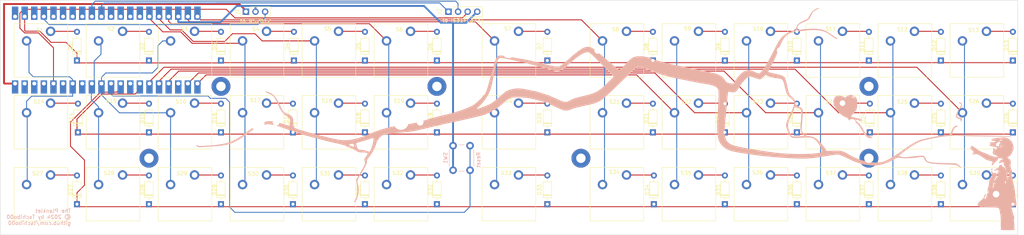
<source format=kicad_pcb>
(kicad_pcb (version 20221018) (generator pcbnew)
  (title_block (title "The Planklet") (date "2024-01-04") (rev "v0.1") (company "Tschibo00"))
  (layers (0 "F.Cu" signal) (31 "B.Cu" signal) (34 "B.Paste" user) (35 "F.Paste" user) (36 "B.SilkS" user "B.Silkscreen") (37 "F.SilkS" user "F.Silkscreen") (38 "B.Mask" user) (39 "F.Mask" user) (44 "Edge.Cuts" user))
  (net 0 "")
  (net 1 "R0")
  (net 2 "Net-(D1-A)")
  (net 3 "Net-(D2-A)")
  (net 4 "Net-(D3-A)")
  (net 5 "Net-(D4-A)")
  (net 6 "Net-(D5-A)")
  (net 7 "Net-(D6-A)")
  (net 8 "Net-(D7-A)")
  (net 9 "Net-(D8-A)")
  (net 10 "Net-(D9-A)")
  (net 11 "Net-(D10-A)")
  (net 12 "Net-(D11-A)")
  (net 13 "Net-(D12-A)")
  (net 14 "Net-(D13-A)")
  (net 15 "R1")
  (net 16 "Net-(D14-A)")
  (net 17 "Net-(D15-A)")
  (net 18 "Net-(D16-A)")
  (net 19 "Net-(D17-A)")
  (net 20 "Net-(D18-A)")
  (net 21 "Net-(D19-A)")
  (net 22 "Net-(D20-A)")
  (net 23 "Net-(D21-A)")
  (net 24 "Net-(D22-A)")
  (net 25 "Net-(D23-A)")
  (net 26 "Net-(D24-A)")
  (net 27 "Net-(D25-A)")
  (net 28 "Net-(D26-A)")
  (net 29 "R2")
  (net 30 "Net-(D27-A)")
  (net 31 "Net-(D28-A)")
  (net 32 "Net-(D29-A)")
  (net 33 "Net-(D30-A)")
  (net 34 "Net-(D31-A)")
  (net 35 "Net-(D32-A)")
  (net 36 "Net-(D33-A)")
  (net 37 "Net-(D34-A)")
  (net 38 "Net-(D35-A)")
  (net 39 "Net-(D36-A)")
  (net 40 "Net-(D37-A)")
  (net 41 "Net-(D38-A)")
  (net 42 "Net-(D39-A)")
  (net 43 "C0")
  (net 44 "C1")
  (net 45 "C2")
  (net 46 "C3")
  (net 47 "C4")
  (net 48 "C5")
  (net 49 "C6")
  (net 50 "C7")
  (net 51 "C8")
  (net 52 "C9")
  (net 53 "C10")
  (net 54 "C11")
  (net 55 "C12")
  (net 63 "Net-(U1-RUN)")
  (net 66 "Net-(J2-Pin_1)")
  (net 72 "Net-(J2-Pin_2)")
  (net 73 "Net-(J2-Pin_3)")
  (net 77 "Net-(J1-Pin_1)")
  (net 78 "Net-(J1-Pin_2)")
  (net 79 "Net-(J1-Pin_3)")
  (footprint "ScottoKeebs_Components:Diode_DO-35" (layer "F.Cu") (at 71.12 69.342 90)
    (fp_text reference "D29")
    (fp_text value "Diode")
  )
  (footprint "ScottoKeebs_Components:Diode_DO-35" (layer "F.Cu") (at 90.17 50.292 90)
    (fp_text reference "D17")
    (fp_text value "Diode")
  )
  (footprint "Connector_PinHeader_2.54mm:PinHeader_1x04_P2.54mm_Vertical" (layer "F.Cu") (at 131.318 18.288 90)
    (fp_text reference "J2")
    (fp_text value "to IS31FL3731")
  )
  (footprint "ScottoKeebs_MX:MX_PCB_1.00u" (layer "F.Cu") (at 80.645 47.625)
    (fp_text reference "S17")
    (fp_text value "Keyswitch")
  )
  (footprint "ScottoKeebs_Components:Diode_DO-35" (layer "F.Cu") (at 109.22 31.242 90)
    (fp_text reference "D5")
    (fp_text value "Diode")
  )
  (footprint "ScottoKeebs_Components:Diode_DO-35" (layer "F.Cu") (at 52.07 50.292 90)
    (fp_text reference "D15")
    (fp_text value "Diode")
  )
  (footprint "ScottoKeebs_MX:MX_PCB_1.00u" (layer "F.Cu") (at 252.095 66.675)
    (fp_text reference "S38")
    (fp_text value "Keyswitch")
  )
  (footprint "ScottoKeebs_MX:MX_PCB_1.00u" (layer "F.Cu") (at 80.645 28.575)
    (fp_text reference "S4")
    (fp_text value "Keyswitch")
  )
  (footprint "ScottoKeebs_Components:Diode_DO-35" (layer "F.Cu") (at 223.52 31.242 90)
    (fp_text reference "D10")
    (fp_text value "Diode")
  )
  (footprint "ScottoKeebs_MX:MX_PCB_1.00u" (layer "F.Cu") (at 99.695 66.675)
    (fp_text reference "S31")
    (fp_text value "Keyswitch")
  )
  (footprint "ScottoKeebs_Components:Diode_DO-35" (layer "F.Cu") (at 261.62 69.342 90)
    (fp_text reference "D38")
    (fp_text value "Diode")
  )
  (footprint "ScottoKeebs_MX:MX_PCB_1.00u" (layer "F.Cu") (at 252.095 28.575)
    (fp_text reference "S12")
    (fp_text value "Keyswitch")
  )
  (footprint "ScottoKeebs_MX:MX_PCB_1.00u" (layer "F.Cu") (at 213.995 28.575)
    (fp_text reference "S10")
    (fp_text value "Keyswitch")
  )
  (footprint "ScottoKeebs_Components:Diode_DO-35" (layer "F.Cu") (at 185.674 69.342 90)
    (fp_text reference "D34")
    (fp_text value "Diode")
  )
  (footprint "ScottoKeebs_MX:MX_PCB_1.00u" (layer "F.Cu") (at 23.495 66.675)
    (fp_text reference "S27")
    (fp_text value "Keyswitch")
  )
  (footprint "ScottoKeebs_MX:MX_PCB_1.00u" (layer "F.Cu") (at 118.745 28.575)
    (fp_text reference "S6")
    (fp_text value "Keyswitch")
  )
  (footprint "ScottoKeebs_Components:Diode_DO-35" (layer "F.Cu") (at 33.02 69.342 90)
    (fp_text reference "D27")
    (fp_text value "Diode")
  )
  (footprint "MountingHole:MountingHole_2.5mm_Pad" (layer "F.Cu") (at 166.37 57.15)
    (fp_text reference "")
    (fp_text value "MountingHole_2.5mm_Pad")
  )
  (footprint "ScottoKeebs_MX:MX_PCB_1.00u" (layer "F.Cu") (at 175.895 28.575)
    (fp_text reference "S8")
    (fp_text value "Keyswitch")
  )
  (footprint "ScottoKeebs_Components:Diode_DO-35" (layer "F.Cu") (at 242.57 31.242 90)
    (fp_text reference "D11")
    (fp_text value "Diode")
  )
  (footprint "ScottoKeebs_MX:MX_PCB_1.00u" (layer "F.Cu") (at 194.945 66.675)
    (fp_text reference "S35")
    (fp_text value "Keyswitch")
  )
  (footprint "ScottoKeebs_Components:Diode_DO-35" (layer "F.Cu") (at 52.07 31.242 90)
    (fp_text reference "D2")
    (fp_text value "Diode")
  )
  (footprint "ScottoKeebs_MX:MX_PCB_1.00u" (layer "F.Cu") (at 213.995 47.625)
    (fp_text reference "S23")
    (fp_text value "Keyswitch")
  )
  (footprint "ScottoKeebs_Components:Diode_DO-35" (layer "F.Cu") (at 242.57 69.342 90)
    (fp_text reference "D37")
    (fp_text value "Diode")
  )
  (footprint "ScottoKeebs_Components:Diode_DO-35" (layer "F.Cu") (at 71.12 31.242 90)
    (fp_text reference "D3")
    (fp_text value "Diode")
  )
  (footprint "ScottoKeebs_MX:MX_PCB_1.00u" (layer "F.Cu") (at 194.945 47.625)
    (fp_text reference "S22")
    (fp_text value "Keyswitch")
  )
  (footprint "ScottoKeebs_MX:MX_PCB_1.00u" (layer "F.Cu") (at 80.645 66.675)
    (fp_text reference "S30")
    (fp_text value "Keyswitch")
  )
  (footprint "ScottoKeebs_MX:MX_PCB_2.00u" (layer "F.Cu") (at 147.32 47.625)
    (fp_text reference "S20")
    (fp_text value "Keyswitch")
  )
  (footprint "ScottoKeebs_Components:Diode_DO-35" (layer "F.Cu") (at 157.48 69.342 90)
    (fp_text reference "D33")
    (fp_text value "Diode")
  )
  (footprint "ScottoKeebs_Components:Diode_DO-35" (layer "F.Cu") (at 261.62 31.242 90)
    (fp_text reference "D12")
    (fp_text value "Diode")
  )
  (footprint "ScottoKeebs_MX:MX_PCB_1.00u" (layer "F.Cu") (at 194.945 28.575)
    (fp_text reference "S9")
    (fp_text value "Keyswitch")
  )
  (footprint "ScottoKeebs_Components:Diode_DO-35" (layer "F.Cu") (at 185.42 31.242 90)
    (fp_text reference "D8")
    (fp_text value "Diode")
  )
  (footprint "ScottoKeebs_MX:MX_PCB_1.00u" (layer "F.Cu") (at 61.595 47.625)
    (fp_text reference "S16")
    (fp_text value "Keyswitch")
  )
  (footprint "MountingHole:MountingHole_2.5mm_Pad" (layer "F.Cu") (at 242.57 38.1)
    (fp_text reference "")
    (fp_text value "MountingHole_2.5mm_Pad")
  )
  (footprint "ScottoKeebs_MX:MX_PCB_2.00u" (layer "F.Cu") (at 147.32 28.575)
    (fp_text reference "S7")
    (fp_text value "Keyswitch")
  )
  (footprint "ScottoKeebs_MX:MX_PCB_1.00u" (layer "F.Cu") (at 233.045 47.625)
    (fp_text reference "S24")
    (fp_text value "Keyswitch")
  )
  (footprint "MountingHole:MountingHole_2.5mm_Pad" (layer "F.Cu") (at 242.57 57.15)
    (fp_text reference "")
    (fp_text value "MountingHole_2.5mm_Pad")
  )
  (footprint "ScottoKeebs_MX:MX_PCB_1.00u" (layer "F.Cu") (at 233.045 66.675)
    (fp_text reference "S37")
    (fp_text value "Keyswitch")
  )
  (footprint "Connector_PinHeader_2.54mm:PinHeader_1x03_P2.54mm_Vertical" (layer "F.Cu") (at 77.724 18.288 90)
    (fp_text reference "J1")
    (fp_text value "to WS2812")
  )
  (footprint "ScottoKeebs_Components:Diode_DO-35" (layer "F.Cu") (at 33.274 50.292 90)
    (fp_text reference "D14")
    (fp_text value "Diode")
  )
  (footprint "MountingHole:MountingHole_2.5mm_Pad" (layer "F.Cu") (at 52.07 57.15)
    (fp_text reference "")
    (fp_text value "MountingHole_2.5mm_Pad")
  )
  (footprint "ScottoKeebs_Components:Diode_DO-35" (layer "F.Cu") (at 109.22 69.342 90)
    (fp_text reference "D31")
    (fp_text value "Diode")
  )
  (footprint "ScottoKeebs_MX:MX_PCB_1.00u" (layer "F.Cu") (at 118.745 66.675)
    (fp_text reference "S32")
    (fp_text value "Keyswitch")
  )
  (footprint "ScottoKeebs_Components:Diode_DO-35" (layer "F.Cu") (at 280.67 50.292 90)
    (fp_text reference "D26")
    (fp_text value "Diode")
  )
  (footprint "MountingHole:MountingHole_2.5mm_Pad" (layer "F.Cu") (at 71.12 38.1)
    (fp_text reference "")
    (fp_text value "MountingHole_2.5mm_Pad")
  )
  (footprint "ScottoKeebs_Components:Diode_DO-35" (layer "F.Cu") (at 280.67 31.242 90)
    (fp_text reference "D13")
    (fp_text value "Diode")
  )
  (footprint "ScottoKeebs_Components:Diode_DO-35" (layer "F.Cu") (at 128.27 31.242 90)
    (fp_text reference "D6")
    (fp_text value "Diode")
  )
  (footprint "ScottoKeebs_MX:MX_PCB_1.00u" (layer "F.Cu") (at 118.745 47.625)
    (fp_text reference "S19")
    (fp_text value "Keyswitch")
  )
  (footprint "ScottoKeebs_Components:Diode_DO-35" (layer "F.Cu") (at 280.67 69.342 90)
    (fp_text reference "D39")
    (fp_text value "Diode")
  )
  (footprint "ScottoKeebs_MX:MX_PCB_1.00u" (layer "F.Cu") (at 23.495 28.575)
    (fp_text reference "S1")
    (fp_text value "Keyswitch")
  )
  (footprint "ScottoKeebs_MX:MX_PCB_1.00u" (layer "F.Cu") (at 42.545 47.625)
    (fp_text reference "S15")
    (fp_text value "Keyswitch")
  )
  (footprint "ScottoKeebs_MX:MX_PCB_1.00u" (layer "F.Cu") (at 233.045 28.575)
    (fp_text reference "S11")
    (fp_text value "Keyswitch")
  )
  (footprint "ScottoKeebs_Components:Diode_DO-35" (layer "F.Cu") (at 185.42 50.292 90)
    (fp_text reference "D21")
    (fp_text value "Diode")
  )
  (footprint "ScottoKeebs_Components:Diode_DO-35" (layer "F.Cu") (at 33.02 31.242 90)
    (fp_text reference "D1")
    (fp_text value "Diode")
  )
  (footprint "ScottoKeebs_MX:MX_PCB_1.00u" (layer "F.Cu") (at 61.595 66.675)
    (fp_text reference "S29")
    (fp_text value "Keyswitch")
  )
  (footprint "ScottoKeebs_MX:MX_PCB_1.00u" (layer "F.Cu") (at 23.495 47.625)
    (fp_text reference "S14")
    (fp_text value "Keyswitch")
  )
  (footprint "MountingHole:MountingHole_2.5mm_Pad" (layer "F.Cu") (at 128.27 38.1)
    (fp_text reference "")
    (fp_text value "MountingHole_2.5mm_Pad")
  )
  (footprint "ScottoKeebs_Components:Diode_DO-35" (layer "F.Cu") (at 242.824 50.292 90)
    (fp_text reference "D24")
    (fp_text value "Diode")
  )
  (footprint "ScottoKeebs_Components:Diode_DO-35" (layer "F.Cu") (at 223.52 69.342 90)
    (fp_text reference "D36")
    (fp_text value "Diode")
  )
  (footprint "ScottoKeebs_MX:MX_PCB_2.00u" (layer "F.Cu") (at 147.32 66.675)
    (fp_text reference "S33")
    (fp_text value "Keyswitch")
  )
  (footprint "ScottoKeebs_Components:Diode_DO-35" (layer "F.Cu") (at 204.47 31.242 90)
    (fp_text reference "D9")
    (fp_text value "Diode")
  )
  (footprint "ScottoKeebs_Components:Diode_DO-35" (layer "F.Cu") (at 52.07 69.342 90)
    (fp_text reference "D28")
    (fp_text value "Diode")
  )
  (footprint "ScottoKeebs_Components:Diode_DO-35" (layer "F.Cu") (at 261.62 50.292 90)
    (fp_text reference "D25")
    (fp_text value "Diode")
  )
  (footprint "ScottoKeebs_MX:MX_PCB_1.00u" (layer "F.Cu") (at 213.995 66.675)
    (fp_text reference "S36")
    (fp_text value "Keyswitch")
  )
  (footprint "ScottoKeebs_Components:Diode_DO-35" (layer "F.Cu") (at 128.27 50.292 90)
    (fp_text reference "D19")
    (fp_text value "Diode")
  )
  (footprint "ScottoKeebs_MX:MX_PCB_1.00u" (layer "F.Cu") (at 252.095 47.625)
    (fp_text reference "S25")
    (fp_text value "Keyswitch")
  )
  (footprint "ScottoKeebs_MX:MX_PCB_1.00u" (layer "F.Cu") (at 271.145 47.625)
    (fp_text reference "S26")
    (fp_text value "Keyswitch")
  )
  (footprint "ScottoKeebs_MX:MX_PCB_1.00u" (layer "F.Cu") (at 42.545 28.575)
    (fp_text reference "S2")
    (fp_text value "Keyswitch")
  )
  (footprint "ScottoKeebs_Components:Diode_DO-35" (layer "F.Cu") (at 157.48 31.242 90)
    (fp_text reference "D7")
    (fp_text value "Diode")
  )
  (footprint "ScottoKeebs_Components:Diode_DO-35" (layer "F.Cu") (at 90.424 31.242 90)
    (fp_text reference "D4")
    (fp_text value "Diode")
  )
  (footprint "ScottoKeebs_MX:MX_PCB_1.00u" (layer "F.Cu") (at 271.145 66.675)
    (fp_text reference "S39")
    (fp_text value "Keyswitch")
  )
  (footprint "ScottoKeebs_MX:MX_PCB_1.00u" (layer "F.Cu") (at 99.695 47.625)
    (fp_text reference "S18")
    (fp_text value "Keyswitch")
  )
  (footprint "ScottoKeebs_Components:Diode_DO-35" (layer "F.Cu") (at 128.27 69.342 90)
    (fp_text reference "D32")
    (fp_text value "Diode")
  )
  (footprint "ScottoKeebs_Components:Diode_DO-35" (layer "F.Cu") (at 109.22 50.292 90)
    (fp_text reference "D18")
    (fp_text value "Diode")
  )
  (footprint "ScottoKeebs_MX:MX_PCB_1.00u" (layer "F.Cu") (at 175.895 47.625)
    (fp_text reference "S21")
    (fp_text value "Keyswitch")
  )
  (footprint "ScottoKeebs_Components:Diode_DO-35" (layer "F.Cu") (at 90.17 69.342 90)
    (fp_text reference "D30")
    (fp_text value "Diode")
  )
  (footprint "ScottoKeebs_MX:MX_PCB_1.00u" (layer "F.Cu") (at 42.545 66.675)
    (fp_text reference "S28")
    (fp_text value "Keyswitch")
  )
  (footprint "ScottoKeebs_Components:Diode_DO-35" (layer "F.Cu") (at 204.47 50.292 90)
    (fp_text reference "D22")
    (fp_text value "Diode")
  )
  (footprint "ScottoKeebs_MX:MX_PCB_1.00u" (layer "F.Cu") (at 175.895 66.675)
    (fp_text reference "S34")
    (fp_text value "Keyswitch")
  )
  (footprint "ScottoKeebs_MX:MX_PCB_1.00u" (layer "F.Cu") (at 61.595 28.575)
    (fp_text reference "S3")
    (fp_text value "Keyswitch")
  )
  (footprint "ScottoKeebs_Components:Diode_DO-35" (layer "F.Cu") (at 223.52 50.292 90)
    (fp_text reference "D23")
    (fp_text value "Diode")
  )
  (footprint "ScottoKeebs_Components:Diode_DO-35" (layer "F.Cu") (at 71.12 50.292 90)
    (fp_text reference "D16")
    (fp_text value "Diode")
  )
  (footprint "ScottoKeebs_Components:Diode_DO-35" (layer "F.Cu") (at 204.47 69.342 90)
    (fp_text reference "D35")
    (fp_text value "Diode")
  )
  (footprint "ScottoKeebs_MX:MX_PCB_1.00u" (layer "F.Cu") (at 271.145 28.575)
    (fp_text reference "S13")
    (fp_text value "Keyswitch")
  )
  (footprint "ScottoKeebs_Components:Diode_DO-35" (layer "F.Cu") (at 157.48 50.292 90)
    (fp_text reference "D20")
    (fp_text value "Diode")
  )
  (footprint "ScottoKeebs_MX:MX_PCB_1.00u" (layer "F.Cu") (at 99.695 28.575)
    (fp_text reference "S5")
    (fp_text value "Keyswitch")
  )
  (footprint "Button_Switch_THT:SW_PUSH_6mm_H4.3mm" (layer "B.Cu") (at 132.533 53.825 -90)
    (fp_text reference "SW1")
    (fp_text value "Reset")
  )
  (footprint "LOGO" (layer "B.Cu") (at 256.441665 58.22096 180)
    (fp_text reference "G***" hide)
    (fp_text value "LOGO" hide)
  )
  (footprint "Library:Raspberry_Pi_Pico" (layer "B.Cu") (at 40.77 28.46 -90)
    (fp_text reference "U1" hide)
    (fp_text value "Raspberry_Pi_Pico" hide)
  )
  (footprint "LOGO" (layer "B.Cu") (at 173.136432 45.255286 180)
    (fp_text reference "G***" hide)
    (fp_text value "LOGO" hide)
  )
  (gr_rect (start 12.7 15.24) (end 281.94 77.47) (stroke (width 0.1)) (fill none) (layer "Edge.Cuts"))
  (gr_text "The Planklet\n© 2024 by Tschibo00\ngithub.com/tschibo00" (at 31.496 74.93) (layer "B.SilkS") (effects (font (size 1 1)) (justify left bottom mirror)))
  (segment (start 280.67 31.242) (end 280.1112 31.8008) (width 0.25) (layer "F.Cu") (net 1))
  (segment (start 33.655 31.877) (end 33.02 31.242) (width 0.25) (layer "F.Cu") (net 1))
  (segment (start 71.12 31.242) (end 70.485 31.877) (width 0.25) (layer "F.Cu") (net 1))
  (segment (start 52.705 31.877) (end 52.07 31.242) (width 0.25) (layer "F.Cu") (net 1))
  (segment (start 71.6788 31.8008) (end 71.12 31.242) (width 0.25) (layer "F.Cu") (net 1))
  (segment (start 19.18 23.2948) (end 19.18 19.57) (width 0.25) (layer "F.Cu") (net 1))
  (segment (start 19.3548 23.4696) (end 19.18 23.2948) (width 0.25) (layer "F.Cu") (net 1))
  (segment (start 280.1112 31.8008) (end 71.6788 31.8008) (width 0.25) (layer "F.Cu") (net 1))
  (segment (start 30.1244 26.416) (end 26.162 26.416) (width 0.25) (layer "F.Cu") (net 1))
  (segment (start 26.162 26.416) (end 23.2156 23.4696) (width 0.25) (layer "F.Cu") (net 1))
  (segment (start 52.07 31.242) (end 51.435 31.877) (width 0.25) (layer "F.Cu") (net 1))
  (segment (start 33.02 29.3116) (end 30.1244 26.416) (width 0.25) (layer "F.Cu") (net 1))
  (segment (start 33.02 31.242) (end 33.02 29.3116) (width 0.25) (layer "F.Cu") (net 1))
  (segment (start 51.435 31.877) (end 33.655 31.877) (width 0.25) (layer "F.Cu") (net 1))
  (segment (start 23.2156 23.4696) (end 19.3548 23.4696) (width 0.25) (layer "F.Cu") (net 1))
  (segment (start 70.485 31.877) (end 52.705 31.877) (width 0.25) (layer "F.Cu") (net 1))
  (segment (start 19.18 19.57) (end 19.18 20.2652) (width 0.25) (layer "B.Cu") (net 1))
  (segment (start 19.3548 19.7448) (end 19.18 19.57) (width 0.25) (layer "B.Cu") (net 1))
  (segment (start 26.035 23.495) (end 32.893 23.495) (width 0.25) (layer "F.Cu") (net 2))
  (segment (start 32.893 23.495) (end 33.02 23.622) (width 0.25) (layer "F.Cu") (net 2))
  (segment (start 45.085 23.495) (end 51.943 23.495) (width 0.25) (layer "F.Cu") (net 3))
  (segment (start 51.943 23.495) (end 52.07 23.622) (width 0.25) (layer "F.Cu") (net 3))
  (segment (start 70.993 23.495) (end 71.12 23.622) (width 0.25) (layer "F.Cu") (net 4))
  (segment (start 64.135 23.495) (end 70.993 23.495) (width 0.25) (layer "F.Cu") (net 4))
  (segment (start 90.043 23.495) (end 90.17 23.622) (width 0.25) (layer "F.Cu") (net 5))
  (segment (start 83.185 23.495) (end 90.043 23.495) (width 0.25) (layer "F.Cu") (net 5))
  (segment (start 109.093 23.495) (end 109.22 23.622) (width 0.25) (layer "F.Cu") (net 6))
  (segment (start 102.235 23.495) (end 109.093 23.495) (width 0.25) (layer "F.Cu") (net 6))
  (segment (start 128.143 23.495) (end 128.27 23.622) (width 0.25) (layer "F.Cu") (net 7))
  (segment (start 121.285 23.495) (end 128.143 23.495) (width 0.25) (layer "F.Cu") (net 7))
  (segment (start 157.353 23.495) (end 157.48 23.622) (width 0.25) (layer "F.Cu") (net 8))
  (segment (start 149.86 23.495) (end 157.353 23.495) (width 0.25) (layer "F.Cu") (net 8))
  (segment (start 185.293 23.495) (end 185.42 23.622) (width 0.25) (layer "F.Cu") (net 9))
  (segment (start 178.435 23.495) (end 185.293 23.495) (width 0.25) (layer "F.Cu") (net 9))
  (segment (start 197.485 23.495) (end 204.343 23.495) (width 0.25) (layer "F.Cu") (net 10))
  (segment (start 204.343 23.495) (end 204.47 23.622) (width 0.25) (layer "F.Cu") (net 10))
  (segment (start 216.535 23.495) (end 223.393 23.495) (width 0.25) (layer "F.Cu") (net 11))
  (segment (start 223.393 23.495) (end 223.52 23.622) (width 0.25) (layer "F.Cu") (net 11))
  (segment (start 242.443 23.495) (end 242.57 23.622) (width 0.25) (layer "F.Cu") (net 12))
  (segment (start 235.585 23.495) (end 242.443 23.495) (width 0.25) (layer "F.Cu") (net 12))
  (segment (start 261.493 23.495) (end 261.62 23.622) (width 0.25) (layer "F.Cu") (net 13))
  (segment (start 254.635 23.495) (end 261.493 23.495) (width 0.25) (layer "F.Cu") (net 13))
  (segment (start 273.685 23.495) (end 280.543 23.495) (width 0.25) (layer "F.Cu") (net 14))
  (segment (start 280.543 23.495) (end 280.67 23.622) (width 0.25) (layer "F.Cu") (net 14))
  (segment (start 33.02 46.736) (end 39.624 40.132) (width 0.25) (layer "F.Cu") (net 15))
  (segment (start 39.624 40.132) (end 48.387 40.132) (width 0.25) (layer "F.Cu") (net 15))
  (segment (start 280.67 50.292) (end 280.2128 50.7492) (width 0.25) (layer "F.Cu") (net 15))
  (segment (start 280.2128 50.7492) (end 33.4772 50.7492) (width 0.25) (layer "F.Cu") (net 15))
  (segment (start 33.02 50.292) (end 33.02 46.736) (width 0.25) (layer "F.Cu") (net 15))
  (segment (start 48.387 40.132) (end 49.66 38.859) (width 0.25) (layer "F.Cu") (net 15))
  (segment (start 49.66 38.859) (end 49.66 37.35) (width 0.25) (layer "F.Cu") (net 15))
  (segment (start 33.4772 50.7492) (end 33.02 50.292) (width 0.25) (layer "F.Cu") (net 15))
  (segment (start 50.3428 37.9984) (end 49.6824 37.338) (width 0.25) (layer "B.Cu") (net 15))
  (segment (start 26.035 42.545) (end 32.893 42.545) (width 0.25) (layer "F.Cu") (net 16))
  (segment (start 32.893 42.545) (end 33.02 42.672) (width 0.25) (layer "F.Cu") (net 16))
  (segment (start 51.943 42.545) (end 52.07 42.672) (width 0.25) (layer "F.Cu") (net 17))
  (segment (start 45.085 42.545) (end 51.943 42.545) (width 0.25) (layer "F.Cu") (net 17))
  (segment (start 64.135 42.545) (end 70.993 42.545) (width 0.25) (layer "F.Cu") (net 18))
  (segment (start 70.993 42.545) (end 71.12 42.672) (width 0.25) (layer "F.Cu") (net 18))
  (segment (start 90.043 42.545) (end 90.17 42.672) (width 0.25) (layer "F.Cu") (net 19))
  (segment (start 83.185 42.545) (end 90.043 42.545) (width 0.25) (layer "F.Cu") (net 19))
  (segment (start 109.093 42.545) (end 109.22 42.672) (width 0.25) (layer "F.Cu") (net 20))
  (segment (start 102.235 42.545) (end 109.093 42.545) (width 0.25) (layer "F.Cu") (net 20))
  (segment (start 121.285 42.545) (end 128.143 42.545) (width 0.25) (layer "F.Cu") (net 21))
  (segment (start 128.143 42.545) (end 128.27 42.672) (width 0.25) (layer "F.Cu") (net 21))
  (segment (start 157.353 42.545) (end 157.48 42.672) (width 0.25) (layer "F.Cu") (net 22))
  (segment (start 149.86 42.545) (end 157.353 42.545) (width 0.25) (layer "F.Cu") (net 22))
  (segment (start 185.293 42.545) (end 185.42 42.672) (width 0.25) (layer "F.Cu") (net 23))
  (segment (start 178.435 42.545) (end 185.293 42.545) (width 0.25) (layer "F.Cu") (net 23))
  (segment (start 197.485 42.545) (end 204.343 42.545) (width 0.25) (layer "F.Cu") (net 24))
  (segment (start 204.343 42.545) (end 204.47 42.672) (width 0.25) (layer "F.Cu") (net 24))
  (segment (start 216.535 42.545) (end 223.393 42.545) (width 0.25) (layer "F.Cu") (net 25))
  (segment (start 223.393 42.545) (end 223.52 42.672) (width 0.25) (layer "F.Cu") (net 25))
  (segment (start 242.443 42.545) (end 242.57 42.672) (width 0.25) (layer "F.Cu") (net 26))
  (segment (start 235.585 42.545) (end 242.443 42.545) (width 0.25) (layer "F.Cu") (net 26))
  (segment (start 261.493 42.545) (end 261.62 42.672) (width 0.25) (layer "F.Cu") (net 27))
  (segment (start 254.635 42.545) (end 261.493 42.545) (width 0.25) (layer "F.Cu") (net 27))
  (segment (start 273.685 42.545) (end 280.543 42.545) (width 0.25) (layer "F.Cu") (net 28))
  (segment (start 280.543 42.545) (end 280.67 42.672) (width 0.25) (layer "F.Cu") (net 28))
  (segment (start 31.2928 53.9496) (end 31.2928 47.5742) (width 0.25) (layer "F.Cu") (net 29))
  (segment (start 31.2928 47.5742) (end 39.243 39.624) (width 0.25) (layer "F.Cu") (net 29))
  (segment (start 35.0012 64.3128) (end 35.0012 57.658) (width 0.25) (layer "F.Cu") (net 29))
  (segment (start 43.561 39.624) (end 44.577 38.608) (width 0.25) (layer "F.Cu") (net 29))
  (segment (start 33.02 69.342) (end 33.02 66.294) (width 0.25) (layer "F.Cu") (net 29))
  (segment (start 280.0096 70.0024) (end 33.6804 70.0024) (width 0.25) (layer "F.Cu") (net 29))
  (segment (start 35.0012 57.658) (end 31.2928 53.9496) (width 0.25) (layer "F.Cu") (net 29))
  (segment (start 280.67 69.342) (end 280.0096 70.0024) (width 0.25) (layer "F.Cu") (net 29))
  (segment (start 33.6804 70.0024) (end 33.02 69.342) (width 0.25) (layer "F.Cu") (net 29))
  (segment (start 44.577 37.353) (end 44.58 37.35) (width 0.25) (layer "F.Cu") (net 29))
  (segment (start 33.02 66.294) (end 35.0012 64.3128) (width 0.25) (layer "F.Cu") (net 29))
  (segment (start 39.243 39.624) (end 43.561 39.624) (width 0.25) (layer "F.Cu") (net 29))
  (segment (start 44.577 38.608) (end 44.577 37.353) (width 0.25) (layer "F.Cu") (net 29))
  (segment (start 32.893 61.595) (end 33.02 61.722) (width 0.25) (layer "F.Cu") (net 30))
  (segment (start 26.035 61.595) (end 32.893 61.595) (width 0.25) (layer "F.Cu") (net 30))
  (segment (start 51.943 61.595) (end 52.07 61.722) (width 0.25) (layer "F.Cu") (net 31))
  (segment (start 45.085 61.595) (end 51.943 61.595) (width 0.25) (layer "F.Cu") (net 31))
  (segment (start 64.135 61.595) (end 70.993 61.595) (width 0.25) (layer "F.Cu") (net 32))
  (segment (start 70.993 61.595) (end 71.12 61.722) (width 0.25) (layer "F.Cu") (net 32))
  (segment (start 90.043 61.595) (end 90.17 61.722) (width 0.25) (layer "F.Cu") (net 33))
  (segment (start 83.185 61.595) (end 90.043 61.595) (width 0.25) (layer "F.Cu") (net 33))
  (segment (start 102.235 61.595) (end 109.093 61.595) (width 0.25) (layer "F.Cu") (net 34))
  (segment (start 109.093 61.595) (end 109.22 61.722) (width 0.25) (layer "F.Cu") (net 34))
  (segment (start 128.143 61.595) (end 128.27 61.722) (width 0.25) (layer "F.Cu") (net 35))
  (segment (start 121.285 61.595) (end 128.143 61.595) (width 0.25) (layer "F.Cu") (net 35))
  (segment (start 149.86 61.595) (end 157.353 61.595) (width 0.25) (layer "F.Cu") (net 36))
  (segment (start 157.353 61.595) (end 157.48 61.722) (width 0.25) (layer "F.Cu") (net 36))
  (segment (start 185.293 61.595) (end 185.42 61.722) (width 0.25) (layer "F.Cu") (net 37))
  (segment (start 178.435 61.595) (end 185.293 61.595) (width 0.25) (layer "F.Cu") (net 37))
  (segment (start 204.343 61.595) (end 204.47 61.722) (width 0.25) (layer "F.Cu") (net 38))
  (segment (start 197.485 61.595) (end 204.343 61.595) (width 0.25) (layer "F.Cu") (net 38))
  (segment (start 216.535 61.595) (end 223.393 61.595) (width 0.25) (layer "F.Cu") (net 39))
  (segment (start 223.393 61.595) (end 223.52 61.722) (width 0.25) (layer "F.Cu") (net 39))
  (segment (start 235.585 61.595) (end 242.443 61.595) (width 0.25) (layer "F.Cu") (net 40))
  (segment (start 242.443 61.595) (end 242.57 61.722) (width 0.25) (layer "F.Cu") (net 40))
  (segment (start 254.635 61.595) (end 261.493 61.595) (width 0.25) (layer "F.Cu") (net 41))
  (segment (start 261.493 61.595) (end 261.62 61.722) (width 0.25) (layer "F.Cu") (net 41))
  (segment (start 273.685 61.595) (end 280.543 61.595) (width 0.25) (layer "F.Cu") (net 42))
  (segment (start 280.543 61.595) (end 280.67 61.722) (width 0.25) (layer "F.Cu") (net 42))
  (segment (start 21.0312 40.6908) (end 31.88 40.6908) (width 0.25) (layer "B.Cu") (net 43))
  (segment (start 19.8628 45.2628) (end 19.8628 63.9572) (width 0.25) (layer "B.Cu") (net 43))
  (segment (start 20.32 34.417) (end 20.32 26.67) (width 0.25) (layer "B.Cu") (net 43))
  (segment (start 19.8628 63.9572) (end 19.685 64.135) (width 0.25) (layer "B.Cu") (net 43))
  (segment (start 19.685 42.037) (end 21.0312 40.6908) (width 0.25) (layer "B.Cu") (net 43))
  (segment (start 31.115 35.56) (end 21.463 35.56) (width 0.25) (layer "B.Cu") (net 43))
  (segment (start 20.32 26.67) (end 19.685 26.035) (width 0.25) (layer "B.Cu") (net 43))
  (segment (start 19.685 45.085) (end 19.685 42.037) (width 0.25) (layer "B.Cu") (net 43))
  (segment (start 21.463 35.56) (end 20.32 34.417) (width 0.25) (layer "B.Cu") (net 43))
  (segment (start 19.685 45.085) (end 19.8628 45.2628) (width 0.25) (layer "B.Cu") (net 43))
  (segment (start 31.88 36.325) (end 31.115 35.56) (width 0.25) (layer "B.Cu") (net 43))
  (segment (start 31.88 40.6908) (end 31.88 36.325) (width 0.25) (layer "B.Cu") (net 43))
  (segment (start 36.83 37.4904) (end 36.83 41.6052) (width 0.25) (layer "B.Cu") (net 44))
  (segment (start 38.735 43.5102) (end 38.735 45.085) (width 0.25) (layer "B.Cu") (net 44))
  (segment (start 39.37 26.67) (end 39.37 29.591) (width 0.25) (layer "B.Cu") (net 44))
  (segment (start 37.592 31.369) (end 37.592 36.7284) (width 0.25) (layer "B.Cu") (net 44))
  (segment (start 36.83 41.6052) (end 38.735 43.5102) (width 0.25) (layer "B.Cu") (net 44))
  (segment (start 38.735 26.035) (end 39.37 26.67) (width 0.25) (layer "B.Cu") (net 44))
  (segment (start 37.592 36.7284) (end 36.9824 37.338) (width 0.25) (layer "B.Cu") (net 44))
  (segment (start 38.735 45.085) (end 38.735 64.135) (width 0.25) (layer "B.Cu") (net 44))
  (segment (start 39.37 29.591) (end 37.592 31.369) (width 0.25) (layer "B.Cu") (net 44))
  (segment (start 40.64 34.544) (end 39.5 35.684) (width 0.25) (layer "B.Cu") (net 45))
  (segment (start 54.4576 27.2796) (end 54.4576 33.0454) (width 0.25) (layer "B.Cu") (net 45))
  (segment (start 52.959 34.544) (end 40.64 34.544) (width 0.25) (layer "B.Cu") (net 45))
  (segment (start 39.5 35.684) (end 39.5 37.35) (width 0.25) (layer "B.Cu") (net 45))
  (segment (start 39.5 37.35) (end 39.5 40.3636) (width 0.25) (layer "B.Cu") (net 45))
  (segment (start 44.2468 45.1104) (end 57.785 45.1104) (width 0.25) (layer "B.Cu") (net 45))
  (segment (start 54.4576 33.0454) (end 52.959 34.544) (width 0.25) (layer "B.Cu") (net 45))
  (segment (start 57.785 26.035) (end 55.7022 26.035) (width 0.25) (layer "B.Cu") (net 45))
  (segment (start 39.5 40.3636) (end 44.2468 45.1104) (width 0.25) (layer "B.Cu") (net 45))
  (segment (start 57.785 45.1104) (end 57.785 64.135) (width 0.25) (layer "B.Cu") (net 45))
  (segment (start 55.7022 26.035) (end 54.4576 27.2796) (width 0.25) (layer "B.Cu") (net 45))
  (segment (start 63.5 26.67) (end 60.452 23.622) (width 0.25) (layer "F.Cu") (net 46))
  (segment (start 55.7276 23.622) (end 52.2 20.0944) (width 0.25) (layer "F.Cu") (net 46))
  (segment (start 60.452 23.622) (end 55.7276 23.622) (width 0.25) (layer "F.Cu") (net 46))
  (segment (start 76.2 26.67) (end 63.5 26.67) (width 0.25) (layer "F.Cu") (net 46))
  (segment (start 76.835 26.035) (end 76.2 26.67) (width 0.25) (layer "F.Cu") (net 46))
  (segment (start 52.2 20.0944) (end 52.2 19.57) (width 0.25) (layer "F.Cu") (net 46))
  (segment (start 52.2 20.0944) (end 52.2 19.57) (width 0.25) (layer "B.Cu") (net 46))
  (segment (start 77.47 63.5) (end 76.835 64.135) (width 0.25) (layer "B.Cu") (net 46))
  (segment (start 76.835 26.035) (end 77.47 26.67) (width 0.25) (layer "B.Cu") (net 46))
  (segment (start 77.47 26.67) (end 77.47 63.5) (width 0.25) (layer "B.Cu") (net 46))
  (segment (start 80.1116 24.13) (end 74.168 24.13) (width 0.25) (layer "F.Cu") (net 47))
  (segment (start 54.74 20.196) (end 54.74 19.57) (width 0.25) (layer "F.Cu") (net 47))
  (segment (start 74.168 24.13) (end 72.136 26.162) (width 0.25) (layer "F.Cu") (net 47))
  (segment (start 60.706 23.114) (end 57.658 23.114) (width 0.25) (layer "F.Cu") (net 47))
  (segment (start 63.754 26.162) (end 60.706 23.114) (width 0.25) (layer "F.Cu") (net 47))
  (segment (start 82.0166 26.035) (end 80.1116 24.13) (width 0.25) (layer "F.Cu") (net 47))
  (segment (start 57.658 23.114) (end 54.74 20.196) (width 0.25) (layer "F.Cu") (net 47))
  (segment (start 95.885 26.035) (end 82.0166 26.035) (width 0.25) (layer "F.Cu") (net 47))
  (segment (start 72.136 26.162) (end 63.754 26.162) (width 0.25) (layer "F.Cu") (net 47))
  (segment (start 54.74 20.196) (end 54.74 19.57) (width 0.25) (layer "B.Cu") (net 47))
  (segment (start 95.885 26.035) (end 96.3676 26.5176) (width 0.25) (layer "B.Cu") (net 47))
  (segment (start 54.752 19.558) (end 54.7624 19.558) (width 0.25) (layer "B.Cu") (net 47))
  (segment (start 54.74 19.57) (end 54.752 19.558) (width 0.25) (layer "B.Cu") (net 47))
  (segment (start 96.3676 63.6524) (end 95.885 64.135) (width 0.25) (layer "B.Cu") (net 47))
  (segment (start 96.3676 26.5176) (end 96.3676 63.6524) (width 0.25) (layer "B.Cu") (net 47))
  (segment (start 57.277 19.573) (end 57.28 19.57) (width 0.25) (layer "F.Cu") (net 48))
  (segment (start 57.277 20.844) (end 57.277 19.573) (width 0.25) (layer "F.Cu") (net 48))
  (segment (start 57.903 21.47) (end 57.277 20.844) (width 0.25) (layer "F.Cu") (net 48))
  (segment (start 114.935 26.035) (end 110.37 21.47) (width 0.25) (layer "F.Cu") (net 48))
  (segment (start 110.37 21.47) (end 57.903 21.47) (width 0.25) (layer "F.Cu") (net 48))
  (segment (start 115.5192 26.6192) (end 115.5192 63.5508) (width 0.25) (layer "B.Cu") (net 48))
  (segment (start 114.935 26.035) (end 115.5192 26.6192) (width 0.25) (layer "B.Cu") (net 48))
  (segment (start 57.3024 20.2184) (end 57.3024 19.558) (width 0.25) (layer "B.Cu") (net 48))
  (segment (start 115.5192 63.5508) (end 114.935 64.135) (width 0.25) (layer "B.Cu") (net 48))
  (segment (start 62.357 20.447) (end 62.357 19.573) (width 0.25) (layer "F.Cu") (net 49))
  (segment (start 138.43 20.955) (end 62.865 20.955) (width 0.25) (layer "F.Cu") (net 49))
  (segment (start 62.865 20.955) (end 62.357 20.447) (width 0.25) (layer "F.Cu") (net 49))
  (segment (start 143.51 26.035) (end 138.43 20.955) (width 0.25) (layer "F.Cu") (net 49))
  (segment (start 62.357 19.573) (end 62.36 19.57) (width 0.25) (layer "F.Cu") (net 49))
  (segment (start 144.0688 63.5762) (end 143.51 64.135) (width 0.25) (layer "B.Cu") (net 49))
  (segment (start 143.51 26.035) (end 144.0688 26.5938) (width 0.25) (layer "B.Cu") (net 49))
  (segment (start 62.3824 20.0084) (end 62.3824 19.558) (width 0.25) (layer "B.Cu") (net 49))
  (segment (start 144.0688 26.5938) (end 144.0688 63.5762) (width 0.25) (layer "B.Cu") (net 49))
  (segment (start 172.085 26.035) (end 166.497 20.447) (width 0.25) (layer "F.Cu") (net 50))
  (segment (start 65.777 20.447) (end 64.9 19.57) (width 0.25) (layer "F.Cu") (net 50))
  (segment (start 166.497 20.447) (end 65.777 20.447) (width 0.25) (layer "F.Cu") (net 50))
  (segment (start 172.085 26.035) (end 172.6184 26.5684) (width 0.25) (layer "B.Cu") (net 50))
  (segment (start 172.6184 63.6016) (end 172.085 64.135) (width 0.25) (layer "B.Cu") (net 50))
  (segment (start 172.6184 26.5684) (end 172.6184 63.6016) (width 0.25) (layer "B.Cu") (net 50))
  (segment (start 67.198 35.052) (end 64.9 37.35) (width 0.25) (layer "F.Cu") (net 51))
  (segment (start 191.135 45.085) (end 181.102 35.052) (width 0.25) (layer "F.Cu") (net 51))
  (segment (start 181.102 35.052) (end 67.198 35.052) (width 0.25) (layer "F.Cu") (net 51))
  (segment (start 191.7192 63.5508) (end 191.135 64.135) (width 0.25) (layer "B.Cu") (net 51))
  (segment (start 64.912 37.338) (end 64.9224 37.338) (width 0.25) (layer "B.Cu") (net 51))
  (segment (start 191.135 26.035) (end 191.7192 26.6192) (width 0.25) (layer "B.Cu") (net 51))
  (segment (start 191.7192 26.6192) (end 191.7192 63.5508) (width 0.25) (layer "B.Cu") (net 51))
  (segment (start 64.9 37.35) (end 64.912 37.338) (width 0.25) (layer "B.Cu") (net 51))
  (segment (start 64.9388 37.3888) (end 64.9 37.35) (width 0.25) (layer "B.Cu") (net 51))
  (segment (start 185.928 34.544) (end 65.166 34.544) (width 0.25) (layer "F.Cu") (net 52))
  (segment (start 65.166 34.544) (end 62.36 37.35) (width 0.25) (layer "F.Cu") (net 52))
  (segment (start 210.185 45.085) (end 196.469 45.085) (width 0.25) (layer "F.Cu") (net 52))
  (segment (start 196.469 45.085) (end 185.928 34.544) (width 0.25) (layer "F.Cu") (net 52))
  (segment (start 210.185 26.035) (end 210.7692 26.6192) (width 0.25) (layer "B.Cu") (net 52))
  (segment (start 210.7692 26.6192) (end 210.7692 63.5508) (width 0.25) (layer "B.Cu") (net 52))
  (segment (start 62.6872 37.0332) (end 62.3824 37.338) (width 0.25) (layer "B.Cu") (net 52))
  (segment (start 210.7692 63.5508) (end 210.185 64.135) (width 0.25) (layer "B.Cu") (net 52))
  (segment (start 229.235 45.085) (end 215.265 45.085) (width 0.25) (layer "F.Cu") (net 53))
  (segment (start 59.944 34.036) (end 57.28 36.7) (width 0.25) (layer "F.Cu") (net 53))
  (segment (start 215.265 45.085) (end 204.216 34.036) (width 0.25) (layer "F.Cu") (net 53))
  (segment (start 204.216 34.036) (end 59.944 34.036) (width 0.25) (layer "F.Cu") (net 53))
  (segment (start 57.28 36.7) (end 57.28 37.35) (width 0.25) (layer "F.Cu") (net 53))
  (segment (start 229.235 26.035) (end 229.7684 26.5684) (width 0.25) (layer "B.Cu") (net 53))
  (segment (start 229.7684 63.6016) (end 229.235 64.135) (width 0.25) (layer "B.Cu") (net 53))
  (segment (start 229.7684 26.5684) (end 229.7684 63.6016) (width 0.25) (layer "B.Cu") (net 53))
  (segment (start 248.285 45.085) (end 234.569 45.085) (width 0.25) (layer "F.Cu") (net 54))
  (segment (start 54.74 36.7) (end 54.74 37.35) (width 0.25) (layer "F.Cu") (net 54))
  (segment (start 234.569 45.085) (end 223.012 33.528) (width 0.25) (layer "F.Cu") (net 54))
  (segment (start 223.012 33.528) (end 57.912 33.528) (width 0.25) (layer "F.Cu") (net 54))
  (segment (start 57.912 33.528) (end 54.74 36.7) (width 0.25) (layer "F.Cu") (net 54))
  (segment (start 248.92 63.5) (end 248.285 64.135) (width 0.25) (layer "B.Cu") (net 54))
  (segment (start 248.285 26.035) (end 248.92 26.67) (width 0.25) (layer "B.Cu") (net 54))
  (segment (start 248.92 26.67) (end 248.92 63.5) (width 0.25) (layer "B.Cu") (net 54))
  (segment (start 56.0324 33.02) (end 52.2 36.8524) (width 0.25) (layer "F.Cu") (net 55))
  (segment (start 52.2 36.8524) (end 52.2 37.35) (width 0.25) (layer "F.Cu") (net 55))
  (segment (start 255.27 33.02) (end 56.0324 33.02) (width 0.25) (layer "F.Cu") (net 55))
  (segment (start 267.335 45.085) (end 255.27 33.02) (width 0.25) (layer "F.Cu") (net 55))
  (segment (start 267.335 26.035) (end 267.8684 26.5684) (width 0.25) (layer "B.Cu") (net 55))
  (segment (start 267.8684 26.5684) (end 267.8684 63.6016) (width 0.25) (layer "B.Cu") (net 55))
  (segment (start 267.8684 63.6016) (end 267.335 64.135) (width 0.25) (layer "B.Cu") (net 55))
  (segment (start 137.033 60.325) (end 137.033 60.198) (width 0.25) (layer "F.Cu") (net 63))
  (segment (start 137.033 60.325) (end 137.033 69.977) (width 0.25) (layer "B.Cu") (net 63))
  (segment (start 74.803 71.501) (end 73.406 70.104) (width 0.25) (layer "B.Cu") (net 63))
  (segment (start 72.39 41.275) (end 68.326 41.275) (width 0.25) (layer "B.Cu") (net 63))
  (segment (start 136.906 60.198) (end 137.033 60.325) (width 0.25) (layer "B.Cu") (net 63))
  (segment (start 137.033 53.825) (end 137.033 60.325) (width 0.25) (layer "B.Cu") (net 63))
  (segment (start 68.326 41.275) (end 67.691 40.64) (width 0.25) (layer "B.Cu") (net 63))
  (segment (start 135.509 71.501) (end 74.803 71.501) (width 0.25) (layer "B.Cu") (net 63))
  (segment (start 42.04 40.135) (end 42.04 37.35) (width 0.25) (layer "B.Cu") (net 63))
  (segment (start 73.406 70.104) (end 73.406 42.291) (width 0.25) (layer "B.Cu") (net 63))
  (segment (start 137.033 69.977) (end 135.509 71.501) (width 0.25) (layer "B.Cu") (net 63))
  (segment (start 73.406 42.291) (end 72.39 41.275) (width 0.25) (layer "B.Cu") (net 63))
  (segment (start 67.691 40.64) (end 42.545 40.64) (width 0.25) (layer "B.Cu") (net 63))
  (segment (start 42.545 40.64) (end 42.04 40.135) (width 0.25) (layer "B.Cu") (net 63))
  (segment (start 40.259 16.002) (end 39.5 16.761) (width 0.25) (layer "B.Cu") (net 66))
  (segment (start 69.723 16.002) (end 40.259 16.002) (width 0.25) (layer "B.Cu") (net 66))
  (segment (start 129 15.97) (end 82.201 15.97) (width 0.25) (layer "B.Cu") (net 66))
  (segment (start 131.318 18.288) (end 129 15.97) (width 0.25) (layer "B.Cu") (net 66))
  (segment (start 69.755 15.97) (end 69.723 16.002) (width 0.25) (layer "B.Cu") (net 66))
  (segment (start 39.5 16.761) (end 39.5 19.57) (width 0.25) (layer "B.Cu") (net 66))
  (segment (start 82.137 15.97) (end 69.755 15.97) (width 0.25) (layer "B.Cu") (net 66))
  (segment (start 133.249 15.52) (end 37.82 15.52) (width 0.25) (layer "B.Cu") (net 72))
  (segment (start 36.96 16.38) (end 36.96 19.57) (width 0.25) (layer "B.Cu") (net 72))
  (segment (start 133.858 16.129) (end 133.249 15.52) (width 0.25) (layer "B.Cu") (net 72))
  (segment (start 37.82 15.52) (end 36.96 16.38) (width 0.25) (layer "B.Cu") (net 72))
  (segment (start 133.858 18.288) (end 133.858 16.129) (width 0.25) (layer "B.Cu") (net 72))
  (segment (start 19.168404 23.9196) (end 17.907 22.658196) (width 0.25) (layer "F.Cu") (net 73))
  (segment (start 136.398 18.542) (end 136.398 18.288) (width 0.25) (layer "F.Cu") (net 73))
  (segment (start 72.517 17.653) (end 74.803 19.939) (width 0.25) (layer "F.Cu") (net 73))
  (segment (start 26.8 27.880198) (end 22.839402 23.9196) (width 0.25) (layer "F.Cu") (net 73))
  (segment (start 22.839402 23.9196) (end 19.168404 23.9196) (width 0.25) (layer "F.Cu") (net 73))
  (segment (start 18.923 17.653) (end 72.517 17.653) (width 0.25) (layer "F.Cu") (net 73))
  (segment (start 17.907 18.669) (end 18.923 17.653) (width 0.25) (layer "F.Cu") (net 73))
  (segment (start 74.803 19.939) (end 135.001 19.939) (width 0.25) (layer "F.Cu") (net 73))
  (segment (start 135.001 19.939) (end 136.398 18.542) (width 0.25) (layer "F.Cu") (net 73))
  (segment (start 26.8 37.35) (end 26.8 27.880198) (width 0.25) (layer "F.Cu") (net 73))
  (segment (start 17.907 22.658196) (end 17.907 18.669) (width 0.25) (layer "F.Cu") (net 73))
  (segment (start 13.716 37.211) (end 13.716 16.256) (width 0.5) (layer "F.Cu") (net 77))
  (segment (start 16.64 37.35) (end 13.855 37.35) (width 0.5) (layer "F.Cu") (net 77))
  (segment (start 13.716 16.256) (end 75.946 16.256) (width 0.5) (layer "F.Cu") (net 77))
  (segment (start 75.946 16.256) (end 77.724 18.034) (width 0.5) (layer "F.Cu") (net 77))
  (segment (start 13.855 37.35) (end 13.716 37.211) (width 0.5) (layer "F.Cu") (net 77))
  (segment (start 132.588 21.209) (end 132.533 21.264) (width 0.5) (layer "B.Cu") (net 78))
  (segment (start 80.264 16.764) (end 124.841 16.764) (width 0.5) (layer "B.Cu") (net 78))
  (segment (start 129.286 21.209) (end 136.017 21.209) (width 0.5) (layer "B.Cu") (net 78))
  (segment (start 59.944 21.082) (end 59.82 20.958) (width 0.5) (layer "B.Cu") (net 78))
  (segment (start 75.311 16.764) (end 70.993 21.082) (width 0.5) (layer "B.Cu") (net 78))
  (segment (start 132.533 53.825) (end 132.533 60.325) (width 0.5) (layer "B.Cu") (net 78))
  (segment (start 132.406 53.137) (end 132.533 53.01) (width 0.25) (layer "B.Cu") (net 78))
  (segment (start 136.017 21.209) (end 132.588 21.209) (width 0.5) (layer "B.Cu") (net 78))
  (segment (start 124.841 16.764) (end 129.286 21.209) (width 0.5) (layer "B.Cu") (net 78))
  (segment (start 80.264 18.034) (end 80.264 16.637) (width 0.25) (layer "B.Cu") (net 78))
  (segment (start 80.264 18.034) (end 80.264 16.764) (width 0.5) (layer "B.Cu") (net 78))
  (segment (start 132.533 21.264) (end 132.533 53.825) (width 0.5) (layer "B.Cu") (net 78))
  (segment (start 59.82 20.958) (end 59.82 19.57) (width 0.5) (layer "B.Cu") (net 78))
  (segment (start 136.017 21.209) (end 138.938 18.288) (width 0.5) (layer "B.Cu") (net 78))
  (segment (start 80.264 16.764) (end 75.311 16.764) (width 0.5) (layer "B.Cu") (net 78))
  (segment (start 70.993 21.082) (end 59.944 21.082) (width 0.5) (layer "B.Cu") (net 78))
  (segment (start 82.804 18.288) (end 82.804 19.812) (width 0.25) (layer "B.Cu") (net 79))
  (segment (start 24.26 20.323) (end 24.26 19.57) (width 0.25) (layer "B.Cu") (net 79))
  (segment (start 80.899 21.717) (end 25.654 21.717) (width 0.25) (layer "B.Cu") (net 79))
  (segment (start 82.804 19.812) (end 80.899 21.717) (width 0.25) (layer "B.Cu") (net 79))
  (segment (start 25.654 21.717) (end 24.26 20.323) (width 0.25) (layer "B.Cu") (net 79))
)
</source>
